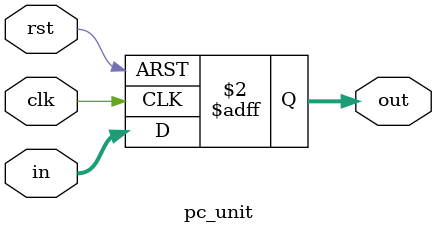
<source format=v>
`timescale 1ns / 1ps


module pc_unit #(parameter WIDTH = 8)(
	input wire clk,rst,
	input wire[WIDTH-1:0] in,
	output reg[WIDTH-1:0] out
    );
	always @(negedge clk or posedge rst) begin
		if(rst) begin
			out <= 0;
		end else begin
			out <= in;
		end
	end
endmodule
</source>
